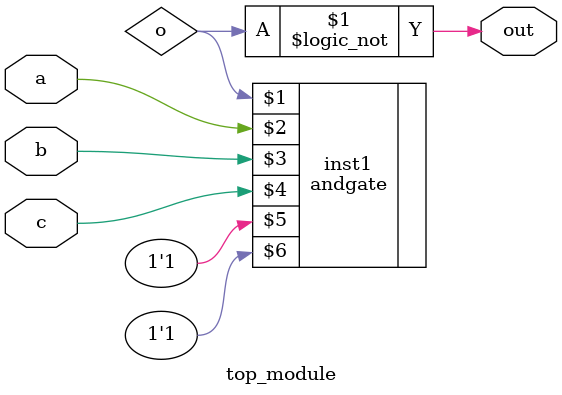
<source format=sv>
module top_module (input a, input b, input c, output out);//

    wire o;
    andgate inst1 ( o, a, b, c, 1'b1, 1'b1 );
    assign out = !o;

endmodule

</source>
